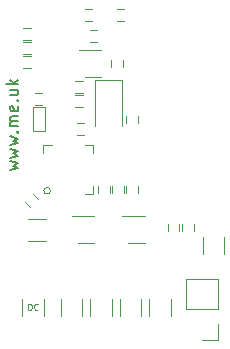
<source format=gbr>
%TF.GenerationSoftware,KiCad,Pcbnew,(6.0.1-0)*%
%TF.CreationDate,2022-01-25T10:29:14+00:00*%
%TF.ProjectId,LowPower,4c6f7750-6f77-4657-922e-6b696361645f,6*%
%TF.SameCoordinates,Original*%
%TF.FileFunction,Legend,Top*%
%TF.FilePolarity,Positive*%
%FSLAX46Y46*%
G04 Gerber Fmt 4.6, Leading zero omitted, Abs format (unit mm)*
G04 Created by KiCad (PCBNEW (6.0.1-0)) date 2022-01-25 10:29:14*
%MOMM*%
%LPD*%
G01*
G04 APERTURE LIST*
%ADD10C,0.150000*%
%ADD11C,0.080000*%
%ADD12C,0.120000*%
G04 APERTURE END LIST*
D10*
X117785714Y-112757142D02*
X118452380Y-112566666D01*
X117976190Y-112376190D01*
X118452380Y-112185714D01*
X117785714Y-111995238D01*
X117785714Y-111709523D02*
X118452380Y-111519047D01*
X117976190Y-111328571D01*
X118452380Y-111138095D01*
X117785714Y-110947619D01*
X117785714Y-110661904D02*
X118452380Y-110471428D01*
X117976190Y-110280952D01*
X118452380Y-110090476D01*
X117785714Y-109900000D01*
X118357142Y-109519047D02*
X118404761Y-109471428D01*
X118452380Y-109519047D01*
X118404761Y-109566666D01*
X118357142Y-109519047D01*
X118452380Y-109519047D01*
X118452380Y-109042857D02*
X117785714Y-109042857D01*
X117880952Y-109042857D02*
X117833333Y-108995238D01*
X117785714Y-108900000D01*
X117785714Y-108757142D01*
X117833333Y-108661904D01*
X117928571Y-108614285D01*
X118452380Y-108614285D01*
X117928571Y-108614285D02*
X117833333Y-108566666D01*
X117785714Y-108471428D01*
X117785714Y-108328571D01*
X117833333Y-108233333D01*
X117928571Y-108185714D01*
X118452380Y-108185714D01*
X118404761Y-107328571D02*
X118452380Y-107423809D01*
X118452380Y-107614285D01*
X118404761Y-107709523D01*
X118309523Y-107757142D01*
X117928571Y-107757142D01*
X117833333Y-107709523D01*
X117785714Y-107614285D01*
X117785714Y-107423809D01*
X117833333Y-107328571D01*
X117928571Y-107280952D01*
X118023809Y-107280952D01*
X118119047Y-107757142D01*
X118357142Y-106852380D02*
X118404761Y-106804761D01*
X118452380Y-106852380D01*
X118404761Y-106900000D01*
X118357142Y-106852380D01*
X118452380Y-106852380D01*
X117785714Y-105947619D02*
X118452380Y-105947619D01*
X117785714Y-106376190D02*
X118309523Y-106376190D01*
X118404761Y-106328571D01*
X118452380Y-106233333D01*
X118452380Y-106090476D01*
X118404761Y-105995238D01*
X118357142Y-105947619D01*
X118452380Y-105471428D02*
X117452380Y-105471428D01*
X118071428Y-105376190D02*
X118452380Y-105090476D01*
X117785714Y-105090476D02*
X118166666Y-105471428D01*
D11*
X119319047Y-124576190D02*
X119319047Y-124076190D01*
X119438095Y-124076190D01*
X119509523Y-124100000D01*
X119557142Y-124147619D01*
X119580952Y-124195238D01*
X119604761Y-124290476D01*
X119604761Y-124361904D01*
X119580952Y-124457142D01*
X119557142Y-124504761D01*
X119509523Y-124552380D01*
X119438095Y-124576190D01*
X119319047Y-124576190D01*
X120104761Y-124528571D02*
X120080952Y-124552380D01*
X120009523Y-124576190D01*
X119961904Y-124576190D01*
X119890476Y-124552380D01*
X119842857Y-124504761D01*
X119819047Y-124457142D01*
X119795238Y-124361904D01*
X119795238Y-124290476D01*
X119819047Y-124195238D01*
X119842857Y-124147619D01*
X119890476Y-124100000D01*
X119961904Y-124076190D01*
X120009523Y-124076190D01*
X120080952Y-124100000D01*
X120104761Y-124123809D01*
D12*
%TO.C,R2*%
X129560000Y-125077064D02*
X129560000Y-123622936D01*
X131380000Y-125077064D02*
X131380000Y-123622936D01*
%TO.C,R3*%
X128880000Y-125077064D02*
X128880000Y-123622936D01*
X127060000Y-125077064D02*
X127060000Y-123622936D01*
%TO.C,R4*%
X124560000Y-125077064D02*
X124560000Y-123622936D01*
X126380000Y-125077064D02*
X126380000Y-123622936D01*
%TO.C,R5*%
X123880000Y-125077064D02*
X123880000Y-123622936D01*
X122060000Y-125077064D02*
X122060000Y-123622936D01*
%TO.C,R6*%
X120610000Y-125077064D02*
X120610000Y-123622936D01*
X118790000Y-125077064D02*
X118790000Y-123622936D01*
%TO.C,J3*%
X135330000Y-125800000D02*
X135330000Y-127130000D01*
X132670000Y-124530000D02*
X132670000Y-121930000D01*
X135330000Y-121930000D02*
X132670000Y-121930000D01*
X135330000Y-124530000D02*
X132670000Y-124530000D01*
X135330000Y-124530000D02*
X135330000Y-121930000D01*
X135330000Y-127130000D02*
X134000000Y-127130000D01*
%TO.C,C1*%
X134090000Y-119827064D02*
X134090000Y-118372936D01*
X135910000Y-119827064D02*
X135910000Y-118372936D01*
%TO.C,U2*%
X124810000Y-111315000D02*
X124810000Y-110590000D01*
X124810000Y-110590000D02*
X124085000Y-110590000D01*
X124810000Y-114810000D02*
X124085000Y-114810000D01*
X124810000Y-114085000D02*
X124810000Y-114810000D01*
X120590000Y-110590000D02*
X121315000Y-110590000D01*
X120590000Y-111315000D02*
X120590000Y-110590000D01*
X121182843Y-114500000D02*
G75*
G03*
X121182843Y-114500000I-282843J0D01*
G01*
%TO.C,R1*%
X120500000Y-107200000D02*
X119900000Y-107200000D01*
X120500000Y-106200000D02*
X119900000Y-106200000D01*
%TO.C,R10*%
X118900000Y-102900000D02*
X119500000Y-102900000D01*
X118900000Y-101900000D02*
X119500000Y-101900000D01*
%TO.C,R19*%
X123300000Y-105200000D02*
X123900000Y-105200000D01*
X123300000Y-106200000D02*
X123900000Y-106200000D01*
%TO.C,R20*%
X123900000Y-107400000D02*
X123300000Y-107400000D01*
X123900000Y-106400000D02*
X123300000Y-106400000D01*
%TO.C,Q1*%
X120700000Y-109400000D02*
X119700000Y-109400000D01*
X119700000Y-109400000D02*
X119700000Y-107400000D01*
X120700000Y-107400000D02*
X120700000Y-109400000D01*
X119700000Y-107400000D02*
X120700000Y-107400000D01*
%TO.C,D2*%
X124965000Y-105115000D02*
X124965000Y-109000000D01*
X127235000Y-109000000D02*
X127235000Y-105115000D01*
X127235000Y-105115000D02*
X124965000Y-105115000D01*
%TO.C,R15*%
X124500000Y-100900000D02*
X125100000Y-100900000D01*
X124500000Y-101900000D02*
X125100000Y-101900000D01*
%TO.C,R18*%
X127300000Y-103400000D02*
X127300000Y-104000000D01*
X126300000Y-103400000D02*
X126300000Y-104000000D01*
%TO.C,U3*%
X124100000Y-104860000D02*
X125500000Y-104860000D01*
X125500000Y-102540000D02*
X123600000Y-102540000D01*
%TO.C,C2*%
X119034315Y-115441421D02*
X119458579Y-115865685D01*
X119741421Y-114734315D02*
X120165685Y-115158579D01*
%TO.C,R12*%
X128600000Y-108200000D02*
X128600000Y-108800000D01*
X127600000Y-108200000D02*
X127600000Y-108800000D01*
%TO.C,R7*%
X119322936Y-118710000D02*
X120777064Y-118710000D01*
X119322936Y-116890000D02*
X120777064Y-116890000D01*
%TO.C,D4*%
X123500000Y-118960000D02*
X124900000Y-118960000D01*
X124900000Y-116640000D02*
X123000000Y-116640000D01*
%TO.C,D3*%
X127750000Y-118960000D02*
X129150000Y-118960000D01*
X129150000Y-116640000D02*
X127250000Y-116640000D01*
%TO.C,R11*%
X128600000Y-114100000D02*
X128600000Y-114700000D01*
X127600000Y-114100000D02*
X127600000Y-114700000D01*
%TO.C,R13*%
X127400000Y-114700000D02*
X127400000Y-114100000D01*
X126400000Y-114700000D02*
X126400000Y-114100000D01*
%TO.C,R14*%
X125200000Y-114100000D02*
X125200000Y-114700000D01*
X126200000Y-114100000D02*
X126200000Y-114700000D01*
%TO.C,R8*%
X118900000Y-101700000D02*
X119500000Y-101700000D01*
X118900000Y-100700000D02*
X119500000Y-100700000D01*
%TO.C,R9*%
X118900000Y-104100000D02*
X119500000Y-104100000D01*
X118900000Y-103100000D02*
X119500000Y-103100000D01*
%TO.C,C5*%
X123400000Y-109800000D02*
X124000000Y-109800000D01*
X123400000Y-108800000D02*
X124000000Y-108800000D01*
%TO.C,C3*%
X133300000Y-117275000D02*
X133300000Y-117875000D01*
X132300000Y-117275000D02*
X132300000Y-117875000D01*
%TO.C,C4*%
X131100000Y-117275000D02*
X131100000Y-117875000D01*
X132100000Y-117275000D02*
X132100000Y-117875000D01*
%TO.C,R17*%
X124100000Y-100100000D02*
X124700000Y-100100000D01*
X124100000Y-99100000D02*
X124700000Y-99100000D01*
%TO.C,R16*%
X127400000Y-100100000D02*
X126800000Y-100100000D01*
X127400000Y-99100000D02*
X126800000Y-99100000D01*
%TD*%
M02*

</source>
